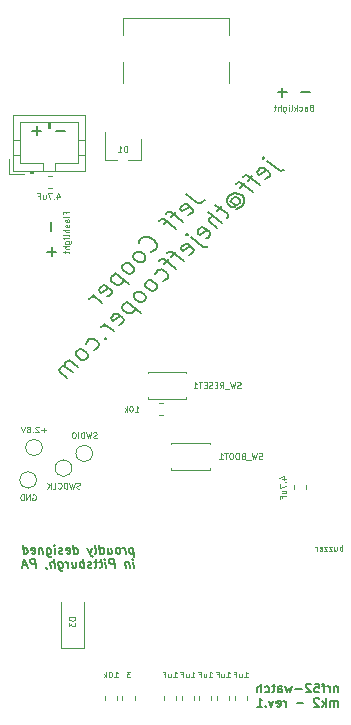
<source format=gbr>
%TF.GenerationSoftware,KiCad,Pcbnew,(5.99.0-2309-gaf729d578)*%
%TF.CreationDate,2020-07-18T18:02:02-04:00*%
%TF.ProjectId,mk2,6d6b322e-6b69-4636-9164-5f7063625858,rev?*%
%TF.SameCoordinates,Original*%
%TF.FileFunction,Legend,Bot*%
%TF.FilePolarity,Positive*%
%FSLAX46Y46*%
G04 Gerber Fmt 4.6, Leading zero omitted, Abs format (unit mm)*
G04 Created by KiCad (PCBNEW (5.99.0-2309-gaf729d578)) date 2020-07-18 18:02:02*
%MOMM*%
%LPD*%
G01*
G04 APERTURE LIST*
%ADD10C,0.125000*%
%ADD11C,0.187500*%
%ADD12C,0.200000*%
%ADD13C,0.150000*%
%ADD14C,0.120000*%
G04 APERTURE END LIST*
D10*
X39107142Y-54476190D02*
X39107142Y-53976190D01*
X39107142Y-54166666D02*
X39059523Y-54142857D01*
X38964285Y-54142857D01*
X38916666Y-54166666D01*
X38892857Y-54190476D01*
X38869047Y-54238095D01*
X38869047Y-54380952D01*
X38892857Y-54428571D01*
X38916666Y-54452380D01*
X38964285Y-54476190D01*
X39059523Y-54476190D01*
X39107142Y-54452380D01*
X38440476Y-54142857D02*
X38440476Y-54476190D01*
X38654761Y-54142857D02*
X38654761Y-54404761D01*
X38630952Y-54452380D01*
X38583333Y-54476190D01*
X38511904Y-54476190D01*
X38464285Y-54452380D01*
X38440476Y-54428571D01*
X38250000Y-54142857D02*
X37988095Y-54142857D01*
X38250000Y-54476190D01*
X37988095Y-54476190D01*
X37845238Y-54142857D02*
X37583333Y-54142857D01*
X37845238Y-54476190D01*
X37583333Y-54476190D01*
X37202380Y-54452380D02*
X37250000Y-54476190D01*
X37345238Y-54476190D01*
X37392857Y-54452380D01*
X37416666Y-54404761D01*
X37416666Y-54214285D01*
X37392857Y-54166666D01*
X37345238Y-54142857D01*
X37250000Y-54142857D01*
X37202380Y-54166666D01*
X37178571Y-54214285D01*
X37178571Y-54261904D01*
X37416666Y-54309523D01*
X36964285Y-54476190D02*
X36964285Y-54142857D01*
X36964285Y-54238095D02*
X36940476Y-54190476D01*
X36916666Y-54166666D01*
X36869047Y-54142857D01*
X36821428Y-54142857D01*
D11*
X38699553Y-65985535D02*
X38699553Y-66485535D01*
X38699553Y-66056964D02*
X38663839Y-66021250D01*
X38592410Y-65985535D01*
X38485267Y-65985535D01*
X38413839Y-66021250D01*
X38378125Y-66092678D01*
X38378125Y-66485535D01*
X38020982Y-66485535D02*
X38020982Y-65985535D01*
X38020982Y-66128392D02*
X37985267Y-66056964D01*
X37949553Y-66021250D01*
X37878125Y-65985535D01*
X37806696Y-65985535D01*
X37663839Y-65985535D02*
X37378125Y-65985535D01*
X37556696Y-66485535D02*
X37556696Y-65842678D01*
X37520982Y-65771250D01*
X37449553Y-65735535D01*
X37378125Y-65735535D01*
X36770982Y-65735535D02*
X37128125Y-65735535D01*
X37163839Y-66092678D01*
X37128125Y-66056964D01*
X37056696Y-66021250D01*
X36878125Y-66021250D01*
X36806696Y-66056964D01*
X36770982Y-66092678D01*
X36735267Y-66164107D01*
X36735267Y-66342678D01*
X36770982Y-66414107D01*
X36806696Y-66449821D01*
X36878125Y-66485535D01*
X37056696Y-66485535D01*
X37128125Y-66449821D01*
X37163839Y-66414107D01*
X36449553Y-65806964D02*
X36413839Y-65771250D01*
X36342410Y-65735535D01*
X36163839Y-65735535D01*
X36092410Y-65771250D01*
X36056696Y-65806964D01*
X36020982Y-65878392D01*
X36020982Y-65949821D01*
X36056696Y-66056964D01*
X36485267Y-66485535D01*
X36020982Y-66485535D01*
X35699553Y-66199821D02*
X35128125Y-66199821D01*
X34842410Y-65985535D02*
X34699553Y-66485535D01*
X34556696Y-66128392D01*
X34413839Y-66485535D01*
X34270982Y-65985535D01*
X33663839Y-66485535D02*
X33663839Y-66092678D01*
X33699553Y-66021250D01*
X33770982Y-65985535D01*
X33913839Y-65985535D01*
X33985267Y-66021250D01*
X33663839Y-66449821D02*
X33735267Y-66485535D01*
X33913839Y-66485535D01*
X33985267Y-66449821D01*
X34020982Y-66378392D01*
X34020982Y-66306964D01*
X33985267Y-66235535D01*
X33913839Y-66199821D01*
X33735267Y-66199821D01*
X33663839Y-66164107D01*
X33413839Y-65985535D02*
X33128125Y-65985535D01*
X33306696Y-65735535D02*
X33306696Y-66378392D01*
X33270982Y-66449821D01*
X33199553Y-66485535D01*
X33128125Y-66485535D01*
X32556696Y-66449821D02*
X32628125Y-66485535D01*
X32770982Y-66485535D01*
X32842410Y-66449821D01*
X32878125Y-66414107D01*
X32913839Y-66342678D01*
X32913839Y-66128392D01*
X32878125Y-66056964D01*
X32842410Y-66021250D01*
X32770982Y-65985535D01*
X32628125Y-65985535D01*
X32556696Y-66021250D01*
X32235267Y-66485535D02*
X32235267Y-65735535D01*
X31913839Y-66485535D02*
X31913839Y-66092678D01*
X31949553Y-66021250D01*
X32020982Y-65985535D01*
X32128125Y-65985535D01*
X32199553Y-66021250D01*
X32235267Y-66056964D01*
X38699553Y-67693035D02*
X38699553Y-67193035D01*
X38699553Y-67264464D02*
X38663839Y-67228750D01*
X38592410Y-67193035D01*
X38485267Y-67193035D01*
X38413839Y-67228750D01*
X38378125Y-67300178D01*
X38378125Y-67693035D01*
X38378125Y-67300178D02*
X38342410Y-67228750D01*
X38270982Y-67193035D01*
X38163839Y-67193035D01*
X38092410Y-67228750D01*
X38056696Y-67300178D01*
X38056696Y-67693035D01*
X37699553Y-67693035D02*
X37699553Y-66943035D01*
X37628125Y-67407321D02*
X37413839Y-67693035D01*
X37413839Y-67193035D02*
X37699553Y-67478750D01*
X37128125Y-67014464D02*
X37092410Y-66978750D01*
X37020982Y-66943035D01*
X36842410Y-66943035D01*
X36770982Y-66978750D01*
X36735267Y-67014464D01*
X36699553Y-67085892D01*
X36699553Y-67157321D01*
X36735267Y-67264464D01*
X37163839Y-67693035D01*
X36699553Y-67693035D01*
X35806696Y-67407321D02*
X35235267Y-67407321D01*
X34306696Y-67693035D02*
X34306696Y-67193035D01*
X34306696Y-67335892D02*
X34270982Y-67264464D01*
X34235267Y-67228750D01*
X34163839Y-67193035D01*
X34092410Y-67193035D01*
X33556696Y-67657321D02*
X33628125Y-67693035D01*
X33770982Y-67693035D01*
X33842410Y-67657321D01*
X33878125Y-67585892D01*
X33878125Y-67300178D01*
X33842410Y-67228750D01*
X33770982Y-67193035D01*
X33628125Y-67193035D01*
X33556696Y-67228750D01*
X33520982Y-67300178D01*
X33520982Y-67371607D01*
X33878125Y-67443035D01*
X33270982Y-67193035D02*
X33092410Y-67693035D01*
X32913839Y-67193035D01*
X32628125Y-67621607D02*
X32592410Y-67657321D01*
X32628125Y-67693035D01*
X32663839Y-67657321D01*
X32628125Y-67621607D01*
X32628125Y-67693035D01*
X31878125Y-67693035D02*
X32306696Y-67693035D01*
X32092410Y-67693035D02*
X32092410Y-66943035D01*
X32163839Y-67050178D01*
X32235267Y-67121607D01*
X32306696Y-67157321D01*
X21382589Y-54235535D02*
X21476339Y-54985535D01*
X21387053Y-54271250D02*
X21311160Y-54235535D01*
X21168303Y-54235535D01*
X21101339Y-54271250D01*
X21070089Y-54306964D01*
X21043303Y-54378392D01*
X21070089Y-54592678D01*
X21114732Y-54664107D01*
X21154910Y-54699821D01*
X21230803Y-54735535D01*
X21373660Y-54735535D01*
X21440625Y-54699821D01*
X20766517Y-54735535D02*
X20704017Y-54235535D01*
X20721875Y-54378392D02*
X20677232Y-54306964D01*
X20637053Y-54271250D01*
X20561160Y-54235535D01*
X20489732Y-54235535D01*
X20195089Y-54735535D02*
X20262053Y-54699821D01*
X20293303Y-54664107D01*
X20320089Y-54592678D01*
X20293303Y-54378392D01*
X20248660Y-54306964D01*
X20208482Y-54271250D01*
X20132589Y-54235535D01*
X20025446Y-54235535D01*
X19958482Y-54271250D01*
X19927232Y-54306964D01*
X19900446Y-54378392D01*
X19927232Y-54592678D01*
X19971875Y-54664107D01*
X20012053Y-54699821D01*
X20087946Y-54735535D01*
X20195089Y-54735535D01*
X19239732Y-54235535D02*
X19302232Y-54735535D01*
X19561160Y-54235535D02*
X19610267Y-54628392D01*
X19583482Y-54699821D01*
X19516517Y-54735535D01*
X19409375Y-54735535D01*
X19333482Y-54699821D01*
X19293303Y-54664107D01*
X18623660Y-54735535D02*
X18529910Y-53985535D01*
X18619196Y-54699821D02*
X18695089Y-54735535D01*
X18837946Y-54735535D01*
X18904910Y-54699821D01*
X18936160Y-54664107D01*
X18962946Y-54592678D01*
X18936160Y-54378392D01*
X18891517Y-54306964D01*
X18851339Y-54271250D01*
X18775446Y-54235535D01*
X18632589Y-54235535D01*
X18565625Y-54271250D01*
X18159375Y-54735535D02*
X18226339Y-54699821D01*
X18253125Y-54628392D01*
X18172767Y-53985535D01*
X17882589Y-54235535D02*
X17766517Y-54735535D01*
X17525446Y-54235535D02*
X17766517Y-54735535D01*
X17860267Y-54914107D01*
X17900446Y-54949821D01*
X17976339Y-54985535D01*
X16409375Y-54735535D02*
X16315625Y-53985535D01*
X16404910Y-54699821D02*
X16480803Y-54735535D01*
X16623660Y-54735535D01*
X16690625Y-54699821D01*
X16721875Y-54664107D01*
X16748660Y-54592678D01*
X16721875Y-54378392D01*
X16677232Y-54306964D01*
X16637053Y-54271250D01*
X16561160Y-54235535D01*
X16418303Y-54235535D01*
X16351339Y-54271250D01*
X15762053Y-54699821D02*
X15837946Y-54735535D01*
X15980803Y-54735535D01*
X16047767Y-54699821D01*
X16074553Y-54628392D01*
X16038839Y-54342678D01*
X15994196Y-54271250D01*
X15918303Y-54235535D01*
X15775446Y-54235535D01*
X15708482Y-54271250D01*
X15681696Y-54342678D01*
X15690625Y-54414107D01*
X16056696Y-54485535D01*
X15440625Y-54699821D02*
X15373660Y-54735535D01*
X15230803Y-54735535D01*
X15154910Y-54699821D01*
X15110267Y-54628392D01*
X15105803Y-54592678D01*
X15132589Y-54521250D01*
X15199553Y-54485535D01*
X15306696Y-54485535D01*
X15373660Y-54449821D01*
X15400446Y-54378392D01*
X15395982Y-54342678D01*
X15351339Y-54271250D01*
X15275446Y-54235535D01*
X15168303Y-54235535D01*
X15101339Y-54271250D01*
X14802232Y-54735535D02*
X14739732Y-54235535D01*
X14708482Y-53985535D02*
X14748660Y-54021250D01*
X14717410Y-54056964D01*
X14677232Y-54021250D01*
X14708482Y-53985535D01*
X14717410Y-54056964D01*
X14061160Y-54235535D02*
X14137053Y-54842678D01*
X14181696Y-54914107D01*
X14221875Y-54949821D01*
X14297767Y-54985535D01*
X14404910Y-54985535D01*
X14471875Y-54949821D01*
X14119196Y-54699821D02*
X14195089Y-54735535D01*
X14337946Y-54735535D01*
X14404910Y-54699821D01*
X14436160Y-54664107D01*
X14462946Y-54592678D01*
X14436160Y-54378392D01*
X14391517Y-54306964D01*
X14351339Y-54271250D01*
X14275446Y-54235535D01*
X14132589Y-54235535D01*
X14065625Y-54271250D01*
X13704017Y-54235535D02*
X13766517Y-54735535D01*
X13712946Y-54306964D02*
X13672767Y-54271250D01*
X13596875Y-54235535D01*
X13489732Y-54235535D01*
X13422767Y-54271250D01*
X13395982Y-54342678D01*
X13445089Y-54735535D01*
X12797767Y-54699821D02*
X12873660Y-54735535D01*
X13016517Y-54735535D01*
X13083482Y-54699821D01*
X13110267Y-54628392D01*
X13074553Y-54342678D01*
X13029910Y-54271250D01*
X12954017Y-54235535D01*
X12811160Y-54235535D01*
X12744196Y-54271250D01*
X12717410Y-54342678D01*
X12726339Y-54414107D01*
X13092410Y-54485535D01*
X12123660Y-54735535D02*
X12029910Y-53985535D01*
X12119196Y-54699821D02*
X12195089Y-54735535D01*
X12337946Y-54735535D01*
X12404910Y-54699821D01*
X12436160Y-54664107D01*
X12462946Y-54592678D01*
X12436160Y-54378392D01*
X12391517Y-54306964D01*
X12351339Y-54271250D01*
X12275446Y-54235535D01*
X12132589Y-54235535D01*
X12065625Y-54271250D01*
X21445089Y-55943035D02*
X21382589Y-55443035D01*
X21351339Y-55193035D02*
X21391517Y-55228750D01*
X21360267Y-55264464D01*
X21320089Y-55228750D01*
X21351339Y-55193035D01*
X21360267Y-55264464D01*
X21025446Y-55443035D02*
X21087946Y-55943035D01*
X21034375Y-55514464D02*
X20994196Y-55478750D01*
X20918303Y-55443035D01*
X20811160Y-55443035D01*
X20744196Y-55478750D01*
X20717410Y-55550178D01*
X20766517Y-55943035D01*
X19837946Y-55943035D02*
X19744196Y-55193035D01*
X19458482Y-55193035D01*
X19391517Y-55228750D01*
X19360267Y-55264464D01*
X19333482Y-55335892D01*
X19346875Y-55443035D01*
X19391517Y-55514464D01*
X19431696Y-55550178D01*
X19507589Y-55585892D01*
X19793303Y-55585892D01*
X19087946Y-55943035D02*
X19025446Y-55443035D01*
X18994196Y-55193035D02*
X19034375Y-55228750D01*
X19003125Y-55264464D01*
X18962946Y-55228750D01*
X18994196Y-55193035D01*
X19003125Y-55264464D01*
X18775446Y-55443035D02*
X18489732Y-55443035D01*
X18637053Y-55193035D02*
X18717410Y-55835892D01*
X18690625Y-55907321D01*
X18623660Y-55943035D01*
X18552232Y-55943035D01*
X18346875Y-55443035D02*
X18061160Y-55443035D01*
X18208482Y-55193035D02*
X18288839Y-55835892D01*
X18262053Y-55907321D01*
X18195089Y-55943035D01*
X18123660Y-55943035D01*
X17904910Y-55907321D02*
X17837946Y-55943035D01*
X17695089Y-55943035D01*
X17619196Y-55907321D01*
X17574553Y-55835892D01*
X17570089Y-55800178D01*
X17596875Y-55728750D01*
X17663839Y-55693035D01*
X17770982Y-55693035D01*
X17837946Y-55657321D01*
X17864732Y-55585892D01*
X17860267Y-55550178D01*
X17815625Y-55478750D01*
X17739732Y-55443035D01*
X17632589Y-55443035D01*
X17565625Y-55478750D01*
X17266517Y-55943035D02*
X17172767Y-55193035D01*
X17208482Y-55478750D02*
X17132589Y-55443035D01*
X16989732Y-55443035D01*
X16922767Y-55478750D01*
X16891517Y-55514464D01*
X16864732Y-55585892D01*
X16891517Y-55800178D01*
X16936160Y-55871607D01*
X16976339Y-55907321D01*
X17052232Y-55943035D01*
X17195089Y-55943035D01*
X17262053Y-55907321D01*
X16204017Y-55443035D02*
X16266517Y-55943035D01*
X16525446Y-55443035D02*
X16574553Y-55835892D01*
X16547767Y-55907321D01*
X16480803Y-55943035D01*
X16373660Y-55943035D01*
X16297767Y-55907321D01*
X16257589Y-55871607D01*
X15909375Y-55943035D02*
X15846875Y-55443035D01*
X15864732Y-55585892D02*
X15820089Y-55514464D01*
X15779910Y-55478750D01*
X15704017Y-55443035D01*
X15632589Y-55443035D01*
X15061160Y-55443035D02*
X15137053Y-56050178D01*
X15181696Y-56121607D01*
X15221875Y-56157321D01*
X15297767Y-56193035D01*
X15404910Y-56193035D01*
X15471875Y-56157321D01*
X15119196Y-55907321D02*
X15195089Y-55943035D01*
X15337946Y-55943035D01*
X15404910Y-55907321D01*
X15436160Y-55871607D01*
X15462946Y-55800178D01*
X15436160Y-55585892D01*
X15391517Y-55514464D01*
X15351339Y-55478750D01*
X15275446Y-55443035D01*
X15132589Y-55443035D01*
X15065625Y-55478750D01*
X14766517Y-55943035D02*
X14672767Y-55193035D01*
X14445089Y-55943035D02*
X14395982Y-55550178D01*
X14422767Y-55478750D01*
X14489732Y-55443035D01*
X14596875Y-55443035D01*
X14672767Y-55478750D01*
X14712946Y-55514464D01*
X14047767Y-55907321D02*
X14052232Y-55943035D01*
X14096875Y-56014464D01*
X14137053Y-56050178D01*
X13159375Y-55943035D02*
X13065625Y-55193035D01*
X12779910Y-55193035D01*
X12712946Y-55228750D01*
X12681696Y-55264464D01*
X12654910Y-55335892D01*
X12668303Y-55443035D01*
X12712946Y-55514464D01*
X12753125Y-55550178D01*
X12829017Y-55585892D01*
X13114732Y-55585892D01*
X12418303Y-55728750D02*
X12061160Y-55728750D01*
X12516517Y-55943035D02*
X12172767Y-55193035D01*
X12016517Y-55943035D01*
D12*
X25849028Y-24281634D02*
X26701344Y-24944546D01*
X26922315Y-25026621D01*
X27136972Y-25013994D01*
X27345316Y-24906666D01*
X27446331Y-24805650D01*
X26076312Y-26074655D02*
X26234148Y-26017834D01*
X26436179Y-25815803D01*
X26480373Y-25670594D01*
X26417239Y-25531698D01*
X25962670Y-25178144D01*
X25798520Y-25140264D01*
X25640684Y-25197085D01*
X25438653Y-25399115D01*
X25394459Y-25544325D01*
X25457594Y-25683220D01*
X25571236Y-25771609D01*
X26189954Y-25354921D01*
X24984085Y-25853684D02*
X24580024Y-26257745D01*
X25628057Y-26623925D02*
X24605277Y-25828430D01*
X24441128Y-25790549D01*
X24283291Y-25847370D01*
X24182276Y-25948386D01*
X24377993Y-26459775D02*
X23973932Y-26863836D01*
X25021965Y-27230017D02*
X23999186Y-26434521D01*
X23835036Y-26396641D01*
X23677200Y-26453462D01*
X23576185Y-26554477D01*
X22888018Y-29161933D02*
X22995347Y-29155620D01*
X23203691Y-29048291D01*
X23304706Y-28947276D01*
X23399408Y-28751559D01*
X23386781Y-28562155D01*
X23323646Y-28423259D01*
X23146870Y-28195975D01*
X22976406Y-28063392D01*
X22698614Y-27937123D01*
X22534465Y-27899243D01*
X22319807Y-27911870D01*
X22111463Y-28019198D01*
X22010448Y-28120214D01*
X21915746Y-28315931D01*
X21922060Y-28410632D01*
X22395569Y-29856413D02*
X22439763Y-29711204D01*
X22433449Y-29616502D01*
X22370315Y-29477606D01*
X22029388Y-29212441D01*
X21865239Y-29174560D01*
X21757910Y-29180874D01*
X21600074Y-29237695D01*
X21448551Y-29389218D01*
X21404357Y-29534427D01*
X21410670Y-29629129D01*
X21473805Y-29768025D01*
X21814731Y-30033190D01*
X21978881Y-30071071D01*
X22086210Y-30064757D01*
X22244046Y-30007936D01*
X22395569Y-29856413D01*
X21435924Y-30816058D02*
X21480118Y-30670849D01*
X21473805Y-30576147D01*
X21410670Y-30437251D01*
X21069744Y-30172086D01*
X20905594Y-30134205D01*
X20798265Y-30140519D01*
X20640429Y-30197340D01*
X20488906Y-30348863D01*
X20444712Y-30494072D01*
X20451025Y-30588774D01*
X20514160Y-30727670D01*
X20855086Y-30992835D01*
X21019236Y-31030716D01*
X21126565Y-31024402D01*
X21284401Y-30967581D01*
X21435924Y-30816058D01*
X19832307Y-31005462D02*
X21025549Y-31933539D01*
X19889128Y-31049656D02*
X19731291Y-31106477D01*
X19529261Y-31308507D01*
X19485067Y-31453717D01*
X19491380Y-31548419D01*
X19554515Y-31687315D01*
X19895441Y-31952480D01*
X20059591Y-31990360D01*
X20166920Y-31984047D01*
X20324756Y-31927226D01*
X20526787Y-31725195D01*
X20570981Y-31579986D01*
X19207275Y-32943692D02*
X19365111Y-32886871D01*
X19567142Y-32684840D01*
X19611336Y-32539631D01*
X19548201Y-32400735D01*
X19093633Y-32047182D01*
X18929483Y-32009301D01*
X18771646Y-32066122D01*
X18569616Y-32268152D01*
X18525422Y-32413362D01*
X18588556Y-32552258D01*
X18702198Y-32640646D01*
X19320917Y-32223958D01*
X18759020Y-33492962D02*
X17963524Y-32874244D01*
X18190809Y-33051021D02*
X18026659Y-33013140D01*
X17919330Y-33019453D01*
X17761494Y-33076274D01*
X17660479Y-33177290D01*
X32752663Y-21500431D02*
X33775442Y-22295927D01*
X33939592Y-22333807D01*
X34097428Y-22276986D01*
X34147936Y-22226479D01*
X32354915Y-21191072D02*
X32462244Y-21184759D01*
X32468557Y-21279461D01*
X32361229Y-21285774D01*
X32354915Y-21191072D01*
X32468557Y-21279461D01*
X32582200Y-22984093D02*
X32740036Y-22927272D01*
X32942066Y-22725241D01*
X32986261Y-22580032D01*
X32923126Y-22441136D01*
X32468557Y-22087583D01*
X32304408Y-22049702D01*
X32146571Y-22106523D01*
X31944541Y-22308554D01*
X31900347Y-22453763D01*
X31963481Y-22592659D01*
X32077123Y-22681047D01*
X32695842Y-22264359D01*
X31489972Y-22763122D02*
X31085911Y-23167183D01*
X32133944Y-23533363D02*
X31111165Y-22737868D01*
X30947015Y-22699988D01*
X30789179Y-22756809D01*
X30688164Y-22857824D01*
X30883881Y-23369214D02*
X30479820Y-23773275D01*
X31527853Y-24139455D02*
X30505073Y-23343960D01*
X30340924Y-23306079D01*
X30183087Y-23362900D01*
X30082072Y-23463915D01*
X29696951Y-24960204D02*
X29690638Y-24865502D01*
X29734832Y-24720293D01*
X29835847Y-24619277D01*
X29993684Y-24562456D01*
X30101012Y-24556143D01*
X30265162Y-24594024D01*
X30378804Y-24682412D01*
X30441939Y-24821308D01*
X30448252Y-24916010D01*
X30404058Y-25061219D01*
X30303043Y-25162234D01*
X30145207Y-25219056D01*
X30037878Y-25225369D01*
X29583309Y-24871816D02*
X30037878Y-25225369D01*
X30044191Y-25320071D01*
X29993684Y-25370578D01*
X29835847Y-25427399D01*
X29671698Y-25389519D01*
X29387592Y-25168548D01*
X29318144Y-24934950D01*
X29356025Y-24695039D01*
X29501234Y-24448814D01*
X29760086Y-24290978D01*
X30025251Y-24227843D01*
X30296730Y-24259411D01*
X30574521Y-24385680D01*
X30751298Y-24612964D01*
X30820746Y-24846562D01*
X30782865Y-25086473D01*
X30637656Y-25332698D01*
X30378804Y-25490534D01*
X30113639Y-25553669D01*
X28914083Y-25339011D02*
X28510022Y-25743072D01*
X28364813Y-25181175D02*
X29387592Y-25976670D01*
X29450727Y-26115566D01*
X29406533Y-26260775D01*
X29305517Y-26361791D01*
X28951964Y-26715344D02*
X27758721Y-25787266D01*
X28497395Y-27169913D02*
X27872363Y-26683777D01*
X27809229Y-26544881D01*
X27853423Y-26399671D01*
X28004946Y-26248148D01*
X28162782Y-26191327D01*
X28270111Y-26185014D01*
X27531437Y-28034856D02*
X27689273Y-27978035D01*
X27891304Y-27776004D01*
X27935498Y-27630795D01*
X27872363Y-27491899D01*
X27417795Y-27138345D01*
X27253645Y-27100465D01*
X27095809Y-27157286D01*
X26893778Y-27359316D01*
X26849584Y-27504526D01*
X26912718Y-27643422D01*
X27026361Y-27731810D01*
X27645079Y-27315122D01*
X26287687Y-27965408D02*
X27310466Y-28760903D01*
X27474616Y-28798784D01*
X27632452Y-28741963D01*
X27682960Y-28691455D01*
X25889939Y-27656049D02*
X25997268Y-27649735D01*
X26003581Y-27744437D01*
X25896252Y-27750750D01*
X25889939Y-27656049D01*
X26003581Y-27744437D01*
X26117223Y-29449069D02*
X26275060Y-29392248D01*
X26477090Y-29190218D01*
X26521284Y-29045008D01*
X26458150Y-28906112D01*
X26003581Y-28552559D01*
X25839431Y-28514678D01*
X25681595Y-28571499D01*
X25479565Y-28773530D01*
X25435370Y-28918739D01*
X25498505Y-29057635D01*
X25612147Y-29146024D01*
X26230866Y-28729336D01*
X25024996Y-29228098D02*
X24620935Y-29632159D01*
X25668968Y-29998340D02*
X24646189Y-29202845D01*
X24482039Y-29164964D01*
X24324203Y-29221785D01*
X24223187Y-29322800D01*
X24418904Y-29834190D02*
X24014843Y-30238251D01*
X25062877Y-30604431D02*
X24040097Y-29808936D01*
X23875947Y-29771055D01*
X23718111Y-29827877D01*
X23617096Y-29928892D01*
X23945395Y-31620897D02*
X24103232Y-31564076D01*
X24305262Y-31362046D01*
X24349456Y-31216836D01*
X24343143Y-31122134D01*
X24280008Y-30983238D01*
X23939082Y-30718073D01*
X23774932Y-30680193D01*
X23667603Y-30686506D01*
X23509767Y-30743327D01*
X23307737Y-30945358D01*
X23263542Y-31090567D01*
X23396125Y-32271183D02*
X23440319Y-32125974D01*
X23434006Y-32031272D01*
X23370871Y-31892376D01*
X23029945Y-31627211D01*
X22865795Y-31589330D01*
X22758466Y-31595643D01*
X22600630Y-31652465D01*
X22449107Y-31803987D01*
X22404913Y-31949197D01*
X22411226Y-32043899D01*
X22474361Y-32182795D01*
X22815287Y-32447960D01*
X22979437Y-32485840D01*
X23086766Y-32479527D01*
X23244602Y-32422706D01*
X23396125Y-32271183D01*
X22436480Y-33230828D02*
X22480674Y-33085618D01*
X22474361Y-32990917D01*
X22411226Y-32852021D01*
X22070300Y-32586856D01*
X21906150Y-32548975D01*
X21798821Y-32555288D01*
X21640985Y-32612109D01*
X21489462Y-32763632D01*
X21445268Y-32908842D01*
X21451581Y-33003544D01*
X21514716Y-33142440D01*
X21855642Y-33407605D01*
X22019792Y-33445485D01*
X22127121Y-33439172D01*
X22284957Y-33382351D01*
X22436480Y-33230828D01*
X20832863Y-33420231D02*
X22026106Y-34348309D01*
X20889684Y-33464426D02*
X20731848Y-33521247D01*
X20529817Y-33723277D01*
X20485623Y-33868487D01*
X20491936Y-33963188D01*
X20555071Y-34102084D01*
X20895997Y-34367250D01*
X21060147Y-34405130D01*
X21167476Y-34398817D01*
X21325312Y-34341996D01*
X21527343Y-34139965D01*
X21571537Y-33994756D01*
X20207831Y-35358462D02*
X20365667Y-35301641D01*
X20567698Y-35099610D01*
X20611892Y-34954401D01*
X20548757Y-34815505D01*
X20094189Y-34461951D01*
X19930039Y-34424071D01*
X19772203Y-34480892D01*
X19570172Y-34682922D01*
X19525978Y-34828132D01*
X19589113Y-34967028D01*
X19702755Y-35055416D01*
X20321473Y-34638728D01*
X19759576Y-35907732D02*
X18964081Y-35289014D01*
X19191365Y-35465790D02*
X19027215Y-35427910D01*
X18919886Y-35434223D01*
X18762050Y-35491044D01*
X18661035Y-35592059D01*
X18989334Y-36475943D02*
X18995648Y-36570645D01*
X19102977Y-36564331D01*
X19096663Y-36469629D01*
X18989334Y-36475943D01*
X19102977Y-36564331D01*
X18086511Y-37479782D02*
X18244347Y-37422961D01*
X18446377Y-37220930D01*
X18490572Y-37075721D01*
X18484258Y-36981019D01*
X18421124Y-36842123D01*
X18080197Y-36576958D01*
X17916047Y-36539077D01*
X17808719Y-36545391D01*
X17650882Y-36602212D01*
X17448852Y-36804243D01*
X17404658Y-36949452D01*
X17537240Y-38130068D02*
X17581434Y-37984858D01*
X17575121Y-37890157D01*
X17511986Y-37751261D01*
X17171060Y-37486095D01*
X17006910Y-37448215D01*
X16899581Y-37454528D01*
X16741745Y-37511349D01*
X16590222Y-37662872D01*
X16546028Y-37808082D01*
X16552341Y-37902783D01*
X16615476Y-38041679D01*
X16956402Y-38306844D01*
X17120552Y-38344725D01*
X17227881Y-38338412D01*
X17385717Y-38281591D01*
X17537240Y-38130068D01*
X16729118Y-38938190D02*
X15933623Y-38319471D01*
X16047265Y-38407860D02*
X15939936Y-38414173D01*
X15782100Y-38470994D01*
X15630577Y-38622517D01*
X15586383Y-38767727D01*
X15649518Y-38906623D01*
X16274550Y-39392758D01*
X15649518Y-38906623D02*
X15485368Y-38868742D01*
X15327531Y-38925563D01*
X15176009Y-39077086D01*
X15131814Y-39222295D01*
X15194949Y-39361191D01*
X15819981Y-39847327D01*
D10*
X36452380Y-16964285D02*
X36380952Y-16988095D01*
X36357142Y-17011904D01*
X36333333Y-17059523D01*
X36333333Y-17130952D01*
X36357142Y-17178571D01*
X36380952Y-17202380D01*
X36428571Y-17226190D01*
X36619047Y-17226190D01*
X36619047Y-16726190D01*
X36452380Y-16726190D01*
X36404761Y-16750000D01*
X36380952Y-16773809D01*
X36357142Y-16821428D01*
X36357142Y-16869047D01*
X36380952Y-16916666D01*
X36404761Y-16940476D01*
X36452380Y-16964285D01*
X36619047Y-16964285D01*
X35904761Y-17226190D02*
X35904761Y-16964285D01*
X35928571Y-16916666D01*
X35976190Y-16892857D01*
X36071428Y-16892857D01*
X36119047Y-16916666D01*
X35904761Y-17202380D02*
X35952380Y-17226190D01*
X36071428Y-17226190D01*
X36119047Y-17202380D01*
X36142857Y-17154761D01*
X36142857Y-17107142D01*
X36119047Y-17059523D01*
X36071428Y-17035714D01*
X35952380Y-17035714D01*
X35904761Y-17011904D01*
X35452380Y-17202380D02*
X35500000Y-17226190D01*
X35595238Y-17226190D01*
X35642857Y-17202380D01*
X35666666Y-17178571D01*
X35690476Y-17130952D01*
X35690476Y-16988095D01*
X35666666Y-16940476D01*
X35642857Y-16916666D01*
X35595238Y-16892857D01*
X35500000Y-16892857D01*
X35452380Y-16916666D01*
X35238095Y-17226190D02*
X35238095Y-16726190D01*
X35190476Y-17035714D02*
X35047619Y-17226190D01*
X35047619Y-16892857D02*
X35238095Y-17083333D01*
X34761904Y-17226190D02*
X34809523Y-17202380D01*
X34833333Y-17154761D01*
X34833333Y-16726190D01*
X34571428Y-17226190D02*
X34571428Y-16892857D01*
X34571428Y-16726190D02*
X34595238Y-16750000D01*
X34571428Y-16773809D01*
X34547619Y-16750000D01*
X34571428Y-16726190D01*
X34571428Y-16773809D01*
X34119047Y-16892857D02*
X34119047Y-17297619D01*
X34142857Y-17345238D01*
X34166666Y-17369047D01*
X34214285Y-17392857D01*
X34285714Y-17392857D01*
X34333333Y-17369047D01*
X34119047Y-17202380D02*
X34166666Y-17226190D01*
X34261904Y-17226190D01*
X34309523Y-17202380D01*
X34333333Y-17178571D01*
X34357142Y-17130952D01*
X34357142Y-16988095D01*
X34333333Y-16940476D01*
X34309523Y-16916666D01*
X34261904Y-16892857D01*
X34166666Y-16892857D01*
X34119047Y-16916666D01*
X33880952Y-17226190D02*
X33880952Y-16726190D01*
X33666666Y-17226190D02*
X33666666Y-16964285D01*
X33690476Y-16916666D01*
X33738095Y-16892857D01*
X33809523Y-16892857D01*
X33857142Y-16916666D01*
X33880952Y-16940476D01*
X33500000Y-16892857D02*
X33309523Y-16892857D01*
X33428571Y-16726190D02*
X33428571Y-17154761D01*
X33404761Y-17202380D01*
X33357142Y-17226190D01*
X33309523Y-17226190D01*
D13*
X33619047Y-15678571D02*
X34380952Y-15678571D01*
X34000000Y-15297619D02*
X34000000Y-16059523D01*
X35619047Y-15678571D02*
X36380952Y-15678571D01*
D10*
X18309523Y-44952380D02*
X18238095Y-44976190D01*
X18119047Y-44976190D01*
X18071428Y-44952380D01*
X18047619Y-44928571D01*
X18023809Y-44880952D01*
X18023809Y-44833333D01*
X18047619Y-44785714D01*
X18071428Y-44761904D01*
X18119047Y-44738095D01*
X18214285Y-44714285D01*
X18261904Y-44690476D01*
X18285714Y-44666666D01*
X18309523Y-44619047D01*
X18309523Y-44571428D01*
X18285714Y-44523809D01*
X18261904Y-44500000D01*
X18214285Y-44476190D01*
X18095238Y-44476190D01*
X18023809Y-44500000D01*
X17857142Y-44476190D02*
X17738095Y-44976190D01*
X17642857Y-44619047D01*
X17547619Y-44976190D01*
X17428571Y-44476190D01*
X17238095Y-44976190D02*
X17238095Y-44476190D01*
X17119047Y-44476190D01*
X17047619Y-44500000D01*
X17000000Y-44547619D01*
X16976190Y-44595238D01*
X16952380Y-44690476D01*
X16952380Y-44761904D01*
X16976190Y-44857142D01*
X17000000Y-44904761D01*
X17047619Y-44952380D01*
X17119047Y-44976190D01*
X17238095Y-44976190D01*
X16738095Y-44976190D02*
X16738095Y-44476190D01*
X16404761Y-44476190D02*
X16309523Y-44476190D01*
X16261904Y-44500000D01*
X16214285Y-44547619D01*
X16190476Y-44642857D01*
X16190476Y-44809523D01*
X16214285Y-44904761D01*
X16261904Y-44952380D01*
X16309523Y-44976190D01*
X16404761Y-44976190D01*
X16452380Y-44952380D01*
X16500000Y-44904761D01*
X16523809Y-44809523D01*
X16523809Y-44642857D01*
X16500000Y-44547619D01*
X16452380Y-44500000D01*
X16404761Y-44476190D01*
X16880952Y-49202380D02*
X16809523Y-49226190D01*
X16690476Y-49226190D01*
X16642857Y-49202380D01*
X16619047Y-49178571D01*
X16595238Y-49130952D01*
X16595238Y-49083333D01*
X16619047Y-49035714D01*
X16642857Y-49011904D01*
X16690476Y-48988095D01*
X16785714Y-48964285D01*
X16833333Y-48940476D01*
X16857142Y-48916666D01*
X16880952Y-48869047D01*
X16880952Y-48821428D01*
X16857142Y-48773809D01*
X16833333Y-48750000D01*
X16785714Y-48726190D01*
X16666666Y-48726190D01*
X16595238Y-48750000D01*
X16428571Y-48726190D02*
X16309523Y-49226190D01*
X16214285Y-48869047D01*
X16119047Y-49226190D01*
X16000000Y-48726190D01*
X15809523Y-49226190D02*
X15809523Y-48726190D01*
X15690476Y-48726190D01*
X15619047Y-48750000D01*
X15571428Y-48797619D01*
X15547619Y-48845238D01*
X15523809Y-48940476D01*
X15523809Y-49011904D01*
X15547619Y-49107142D01*
X15571428Y-49154761D01*
X15619047Y-49202380D01*
X15690476Y-49226190D01*
X15809523Y-49226190D01*
X15023809Y-49178571D02*
X15047619Y-49202380D01*
X15119047Y-49226190D01*
X15166666Y-49226190D01*
X15238095Y-49202380D01*
X15285714Y-49154761D01*
X15309523Y-49107142D01*
X15333333Y-49011904D01*
X15333333Y-48940476D01*
X15309523Y-48845238D01*
X15285714Y-48797619D01*
X15238095Y-48750000D01*
X15166666Y-48726190D01*
X15119047Y-48726190D01*
X15047619Y-48750000D01*
X15023809Y-48773809D01*
X14571428Y-49226190D02*
X14809523Y-49226190D01*
X14809523Y-48726190D01*
X14404761Y-49226190D02*
X14404761Y-48726190D01*
X14119047Y-49226190D02*
X14333333Y-48940476D01*
X14119047Y-48726190D02*
X14404761Y-49011904D01*
X12880952Y-49750000D02*
X12928571Y-49726190D01*
X13000000Y-49726190D01*
X13071428Y-49750000D01*
X13119047Y-49797619D01*
X13142857Y-49845238D01*
X13166666Y-49940476D01*
X13166666Y-50011904D01*
X13142857Y-50107142D01*
X13119047Y-50154761D01*
X13071428Y-50202380D01*
X13000000Y-50226190D01*
X12952380Y-50226190D01*
X12880952Y-50202380D01*
X12857142Y-50178571D01*
X12857142Y-50011904D01*
X12952380Y-50011904D01*
X12642857Y-50226190D02*
X12642857Y-49726190D01*
X12357142Y-50226190D01*
X12357142Y-49726190D01*
X12119047Y-50226190D02*
X12119047Y-49726190D01*
X12000000Y-49726190D01*
X11928571Y-49750000D01*
X11880952Y-49797619D01*
X11857142Y-49845238D01*
X11833333Y-49940476D01*
X11833333Y-50011904D01*
X11857142Y-50107142D01*
X11880952Y-50154761D01*
X11928571Y-50202380D01*
X12000000Y-50226190D01*
X12119047Y-50226190D01*
X14000000Y-44285714D02*
X13619047Y-44285714D01*
X13809523Y-44476190D02*
X13809523Y-44095238D01*
X13404761Y-44023809D02*
X13380952Y-44000000D01*
X13333333Y-43976190D01*
X13214285Y-43976190D01*
X13166666Y-44000000D01*
X13142857Y-44023809D01*
X13119047Y-44071428D01*
X13119047Y-44119047D01*
X13142857Y-44190476D01*
X13428571Y-44476190D01*
X13119047Y-44476190D01*
X12904761Y-44428571D02*
X12880952Y-44452380D01*
X12904761Y-44476190D01*
X12928571Y-44452380D01*
X12904761Y-44428571D01*
X12904761Y-44476190D01*
X12595238Y-44190476D02*
X12642857Y-44166666D01*
X12666666Y-44142857D01*
X12690476Y-44095238D01*
X12690476Y-44071428D01*
X12666666Y-44023809D01*
X12642857Y-44000000D01*
X12595238Y-43976190D01*
X12500000Y-43976190D01*
X12452380Y-44000000D01*
X12428571Y-44023809D01*
X12404761Y-44071428D01*
X12404761Y-44095238D01*
X12428571Y-44142857D01*
X12452380Y-44166666D01*
X12500000Y-44190476D01*
X12595238Y-44190476D01*
X12642857Y-44214285D01*
X12666666Y-44238095D01*
X12690476Y-44285714D01*
X12690476Y-44380952D01*
X12666666Y-44428571D01*
X12642857Y-44452380D01*
X12595238Y-44476190D01*
X12500000Y-44476190D01*
X12452380Y-44452380D01*
X12428571Y-44428571D01*
X12404761Y-44380952D01*
X12404761Y-44285714D01*
X12428571Y-44238095D01*
X12452380Y-44214285D01*
X12500000Y-44190476D01*
X12261904Y-43976190D02*
X12095238Y-44476190D01*
X11928571Y-43976190D01*
D13*
X14428571Y-27380952D02*
X14428571Y-26619047D01*
D10*
X15714285Y-25940476D02*
X15714285Y-25773809D01*
X15976190Y-25773809D02*
X15476190Y-25773809D01*
X15476190Y-26011904D01*
X15976190Y-26273809D02*
X15952380Y-26226190D01*
X15904761Y-26202380D01*
X15476190Y-26202380D01*
X15976190Y-26678571D02*
X15714285Y-26678571D01*
X15666666Y-26654761D01*
X15642857Y-26607142D01*
X15642857Y-26511904D01*
X15666666Y-26464285D01*
X15952380Y-26678571D02*
X15976190Y-26630952D01*
X15976190Y-26511904D01*
X15952380Y-26464285D01*
X15904761Y-26440476D01*
X15857142Y-26440476D01*
X15809523Y-26464285D01*
X15785714Y-26511904D01*
X15785714Y-26630952D01*
X15761904Y-26678571D01*
X15952380Y-26892857D02*
X15976190Y-26940476D01*
X15976190Y-27035714D01*
X15952380Y-27083333D01*
X15904761Y-27107142D01*
X15880952Y-27107142D01*
X15833333Y-27083333D01*
X15809523Y-27035714D01*
X15809523Y-26964285D01*
X15785714Y-26916666D01*
X15738095Y-26892857D01*
X15714285Y-26892857D01*
X15666666Y-26916666D01*
X15642857Y-26964285D01*
X15642857Y-27035714D01*
X15666666Y-27083333D01*
X15976190Y-27321428D02*
X15476190Y-27321428D01*
X15976190Y-27535714D02*
X15714285Y-27535714D01*
X15666666Y-27511904D01*
X15642857Y-27464285D01*
X15642857Y-27392857D01*
X15666666Y-27345238D01*
X15690476Y-27321428D01*
X15976190Y-27845238D02*
X15952380Y-27797619D01*
X15904761Y-27773809D01*
X15476190Y-27773809D01*
X15976190Y-28035714D02*
X15642857Y-28035714D01*
X15476190Y-28035714D02*
X15500000Y-28011904D01*
X15523809Y-28035714D01*
X15500000Y-28059523D01*
X15476190Y-28035714D01*
X15523809Y-28035714D01*
X15642857Y-28488095D02*
X16047619Y-28488095D01*
X16095238Y-28464285D01*
X16119047Y-28440476D01*
X16142857Y-28392857D01*
X16142857Y-28321428D01*
X16119047Y-28273809D01*
X15952380Y-28488095D02*
X15976190Y-28440476D01*
X15976190Y-28345238D01*
X15952380Y-28297619D01*
X15928571Y-28273809D01*
X15880952Y-28250000D01*
X15738095Y-28250000D01*
X15690476Y-28273809D01*
X15666666Y-28297619D01*
X15642857Y-28345238D01*
X15642857Y-28440476D01*
X15666666Y-28488095D01*
X15976190Y-28726190D02*
X15476190Y-28726190D01*
X15976190Y-28940476D02*
X15714285Y-28940476D01*
X15666666Y-28916666D01*
X15642857Y-28869047D01*
X15642857Y-28797619D01*
X15666666Y-28750000D01*
X15690476Y-28726190D01*
X15642857Y-29107142D02*
X15642857Y-29297619D01*
X15476190Y-29178571D02*
X15904761Y-29178571D01*
X15952380Y-29202380D01*
X15976190Y-29250000D01*
X15976190Y-29297619D01*
D13*
X14119047Y-29178571D02*
X14880952Y-29178571D01*
X14500000Y-28797619D02*
X14500000Y-29559523D01*
X12869047Y-18928571D02*
X13630952Y-18928571D01*
X13250000Y-18547619D02*
X13250000Y-19309523D01*
X14869047Y-18928571D02*
X15630952Y-18928571D01*
D10*
%TO.C,SW_BOOT1*%
X32321428Y-46702380D02*
X32250000Y-46726190D01*
X32130952Y-46726190D01*
X32083333Y-46702380D01*
X32059523Y-46678571D01*
X32035714Y-46630952D01*
X32035714Y-46583333D01*
X32059523Y-46535714D01*
X32083333Y-46511904D01*
X32130952Y-46488095D01*
X32226190Y-46464285D01*
X32273809Y-46440476D01*
X32297619Y-46416666D01*
X32321428Y-46369047D01*
X32321428Y-46321428D01*
X32297619Y-46273809D01*
X32273809Y-46250000D01*
X32226190Y-46226190D01*
X32107142Y-46226190D01*
X32035714Y-46250000D01*
X31869047Y-46226190D02*
X31750000Y-46726190D01*
X31654761Y-46369047D01*
X31559523Y-46726190D01*
X31440476Y-46226190D01*
X31369047Y-46773809D02*
X30988095Y-46773809D01*
X30702380Y-46464285D02*
X30630952Y-46488095D01*
X30607142Y-46511904D01*
X30583333Y-46559523D01*
X30583333Y-46630952D01*
X30607142Y-46678571D01*
X30630952Y-46702380D01*
X30678571Y-46726190D01*
X30869047Y-46726190D01*
X30869047Y-46226190D01*
X30702380Y-46226190D01*
X30654761Y-46250000D01*
X30630952Y-46273809D01*
X30607142Y-46321428D01*
X30607142Y-46369047D01*
X30630952Y-46416666D01*
X30654761Y-46440476D01*
X30702380Y-46464285D01*
X30869047Y-46464285D01*
X30273809Y-46226190D02*
X30178571Y-46226190D01*
X30130952Y-46250000D01*
X30083333Y-46297619D01*
X30059523Y-46392857D01*
X30059523Y-46559523D01*
X30083333Y-46654761D01*
X30130952Y-46702380D01*
X30178571Y-46726190D01*
X30273809Y-46726190D01*
X30321428Y-46702380D01*
X30369047Y-46654761D01*
X30392857Y-46559523D01*
X30392857Y-46392857D01*
X30369047Y-46297619D01*
X30321428Y-46250000D01*
X30273809Y-46226190D01*
X29750000Y-46226190D02*
X29654761Y-46226190D01*
X29607142Y-46250000D01*
X29559523Y-46297619D01*
X29535714Y-46392857D01*
X29535714Y-46559523D01*
X29559523Y-46654761D01*
X29607142Y-46702380D01*
X29654761Y-46726190D01*
X29750000Y-46726190D01*
X29797619Y-46702380D01*
X29845238Y-46654761D01*
X29869047Y-46559523D01*
X29869047Y-46392857D01*
X29845238Y-46297619D01*
X29797619Y-46250000D01*
X29750000Y-46226190D01*
X29392857Y-46226190D02*
X29107142Y-46226190D01*
X29250000Y-46726190D02*
X29250000Y-46226190D01*
X28678571Y-46726190D02*
X28964285Y-46726190D01*
X28821428Y-46726190D02*
X28821428Y-46226190D01*
X28869047Y-46297619D01*
X28916666Y-46345238D01*
X28964285Y-46369047D01*
%TO.C,SW_RESET1*%
X30488095Y-40702380D02*
X30416666Y-40726190D01*
X30297619Y-40726190D01*
X30250000Y-40702380D01*
X30226190Y-40678571D01*
X30202380Y-40630952D01*
X30202380Y-40583333D01*
X30226190Y-40535714D01*
X30250000Y-40511904D01*
X30297619Y-40488095D01*
X30392857Y-40464285D01*
X30440476Y-40440476D01*
X30464285Y-40416666D01*
X30488095Y-40369047D01*
X30488095Y-40321428D01*
X30464285Y-40273809D01*
X30440476Y-40250000D01*
X30392857Y-40226190D01*
X30273809Y-40226190D01*
X30202380Y-40250000D01*
X30035714Y-40226190D02*
X29916666Y-40726190D01*
X29821428Y-40369047D01*
X29726190Y-40726190D01*
X29607142Y-40226190D01*
X29535714Y-40773809D02*
X29154761Y-40773809D01*
X28750000Y-40726190D02*
X28916666Y-40488095D01*
X29035714Y-40726190D02*
X29035714Y-40226190D01*
X28845238Y-40226190D01*
X28797619Y-40250000D01*
X28773809Y-40273809D01*
X28750000Y-40321428D01*
X28750000Y-40392857D01*
X28773809Y-40440476D01*
X28797619Y-40464285D01*
X28845238Y-40488095D01*
X29035714Y-40488095D01*
X28535714Y-40464285D02*
X28369047Y-40464285D01*
X28297619Y-40726190D02*
X28535714Y-40726190D01*
X28535714Y-40226190D01*
X28297619Y-40226190D01*
X28107142Y-40702380D02*
X28035714Y-40726190D01*
X27916666Y-40726190D01*
X27869047Y-40702380D01*
X27845238Y-40678571D01*
X27821428Y-40630952D01*
X27821428Y-40583333D01*
X27845238Y-40535714D01*
X27869047Y-40511904D01*
X27916666Y-40488095D01*
X28011904Y-40464285D01*
X28059523Y-40440476D01*
X28083333Y-40416666D01*
X28107142Y-40369047D01*
X28107142Y-40321428D01*
X28083333Y-40273809D01*
X28059523Y-40250000D01*
X28011904Y-40226190D01*
X27892857Y-40226190D01*
X27821428Y-40250000D01*
X27607142Y-40464285D02*
X27440476Y-40464285D01*
X27369047Y-40726190D02*
X27607142Y-40726190D01*
X27607142Y-40226190D01*
X27369047Y-40226190D01*
X27226190Y-40226190D02*
X26940476Y-40226190D01*
X27083333Y-40726190D02*
X27083333Y-40226190D01*
X26511904Y-40726190D02*
X26797619Y-40726190D01*
X26654761Y-40726190D02*
X26654761Y-40226190D01*
X26702380Y-40297619D01*
X26750000Y-40345238D01*
X26797619Y-40369047D01*
%TO.C,R8*%
X21166666Y-64726190D02*
X20857142Y-64726190D01*
X21023809Y-64916666D01*
X20952380Y-64916666D01*
X20904761Y-64940476D01*
X20880952Y-64964285D01*
X20857142Y-65011904D01*
X20857142Y-65130952D01*
X20880952Y-65178571D01*
X20904761Y-65202380D01*
X20952380Y-65226190D01*
X21095238Y-65226190D01*
X21142857Y-65202380D01*
X21166666Y-65178571D01*
%TO.C,R7*%
X19797619Y-65226190D02*
X20083333Y-65226190D01*
X19940476Y-65226190D02*
X19940476Y-64726190D01*
X19988095Y-64797619D01*
X20035714Y-64845238D01*
X20083333Y-64869047D01*
X19488095Y-64726190D02*
X19440476Y-64726190D01*
X19392857Y-64750000D01*
X19369047Y-64773809D01*
X19345238Y-64821428D01*
X19321428Y-64916666D01*
X19321428Y-65035714D01*
X19345238Y-65130952D01*
X19369047Y-65178571D01*
X19392857Y-65202380D01*
X19440476Y-65226190D01*
X19488095Y-65226190D01*
X19535714Y-65202380D01*
X19559523Y-65178571D01*
X19583333Y-65130952D01*
X19607142Y-65035714D01*
X19607142Y-64916666D01*
X19583333Y-64821428D01*
X19559523Y-64773809D01*
X19535714Y-64750000D01*
X19488095Y-64726190D01*
X19107142Y-65226190D02*
X19107142Y-64726190D01*
X19059523Y-65035714D02*
X18916666Y-65226190D01*
X18916666Y-64892857D02*
X19107142Y-65083333D01*
%TO.C,R6*%
X21547619Y-42726190D02*
X21833333Y-42726190D01*
X21690476Y-42726190D02*
X21690476Y-42226190D01*
X21738095Y-42297619D01*
X21785714Y-42345238D01*
X21833333Y-42369047D01*
X21238095Y-42226190D02*
X21190476Y-42226190D01*
X21142857Y-42250000D01*
X21119047Y-42273809D01*
X21095238Y-42321428D01*
X21071428Y-42416666D01*
X21071428Y-42535714D01*
X21095238Y-42630952D01*
X21119047Y-42678571D01*
X21142857Y-42702380D01*
X21190476Y-42726190D01*
X21238095Y-42726190D01*
X21285714Y-42702380D01*
X21309523Y-42678571D01*
X21333333Y-42630952D01*
X21357142Y-42535714D01*
X21357142Y-42416666D01*
X21333333Y-42321428D01*
X21309523Y-42273809D01*
X21285714Y-42250000D01*
X21238095Y-42226190D01*
X20857142Y-42726190D02*
X20857142Y-42226190D01*
X20809523Y-42535714D02*
X20666666Y-42726190D01*
X20666666Y-42392857D02*
X20857142Y-42583333D01*
%TO.C,D3*%
X16476190Y-60130952D02*
X15976190Y-60130952D01*
X15976190Y-60250000D01*
X16000000Y-60321428D01*
X16047619Y-60369047D01*
X16095238Y-60392857D01*
X16190476Y-60416666D01*
X16261904Y-60416666D01*
X16357142Y-60392857D01*
X16404761Y-60369047D01*
X16452380Y-60321428D01*
X16476190Y-60250000D01*
X16476190Y-60130952D01*
X15976190Y-60583333D02*
X15976190Y-60892857D01*
X16166666Y-60726190D01*
X16166666Y-60797619D01*
X16190476Y-60845238D01*
X16214285Y-60869047D01*
X16261904Y-60892857D01*
X16380952Y-60892857D01*
X16428571Y-60869047D01*
X16452380Y-60845238D01*
X16476190Y-60797619D01*
X16476190Y-60654761D01*
X16452380Y-60607142D01*
X16428571Y-60583333D01*
%TO.C,D1*%
X20869047Y-20726190D02*
X20869047Y-20226190D01*
X20750000Y-20226190D01*
X20678571Y-20250000D01*
X20630952Y-20297619D01*
X20607142Y-20345238D01*
X20583333Y-20440476D01*
X20583333Y-20511904D01*
X20607142Y-20607142D01*
X20630952Y-20654761D01*
X20678571Y-20702380D01*
X20750000Y-20726190D01*
X20869047Y-20726190D01*
X20107142Y-20726190D02*
X20392857Y-20726190D01*
X20250000Y-20726190D02*
X20250000Y-20226190D01*
X20297619Y-20297619D01*
X20345238Y-20345238D01*
X20392857Y-20369047D01*
%TO.C,C20*%
X14952380Y-24392857D02*
X14952380Y-24726190D01*
X15071428Y-24202380D02*
X15190476Y-24559523D01*
X14880952Y-24559523D01*
X14690476Y-24678571D02*
X14666666Y-24702380D01*
X14690476Y-24726190D01*
X14714285Y-24702380D01*
X14690476Y-24678571D01*
X14690476Y-24726190D01*
X14500000Y-24226190D02*
X14166666Y-24226190D01*
X14380952Y-24726190D01*
X13761904Y-24392857D02*
X13761904Y-24726190D01*
X13976190Y-24392857D02*
X13976190Y-24654761D01*
X13952380Y-24702380D01*
X13904761Y-24726190D01*
X13833333Y-24726190D01*
X13785714Y-24702380D01*
X13761904Y-24678571D01*
X13357142Y-24464285D02*
X13523809Y-24464285D01*
X13523809Y-24726190D02*
X13523809Y-24226190D01*
X13285714Y-24226190D01*
%TO.C,C15*%
X26297619Y-65226190D02*
X26583333Y-65226190D01*
X26440476Y-65226190D02*
X26440476Y-64726190D01*
X26488095Y-64797619D01*
X26535714Y-64845238D01*
X26583333Y-64869047D01*
X25869047Y-64892857D02*
X25869047Y-65226190D01*
X26083333Y-64892857D02*
X26083333Y-65154761D01*
X26059523Y-65202380D01*
X26011904Y-65226190D01*
X25940476Y-65226190D01*
X25892857Y-65202380D01*
X25869047Y-65178571D01*
X25464285Y-64964285D02*
X25630952Y-64964285D01*
X25630952Y-65226190D02*
X25630952Y-64726190D01*
X25392857Y-64726190D01*
%TO.C,C12*%
X30797619Y-65226190D02*
X31083333Y-65226190D01*
X30940476Y-65226190D02*
X30940476Y-64726190D01*
X30988095Y-64797619D01*
X31035714Y-64845238D01*
X31083333Y-64869047D01*
X30369047Y-64892857D02*
X30369047Y-65226190D01*
X30583333Y-64892857D02*
X30583333Y-65154761D01*
X30559523Y-65202380D01*
X30511904Y-65226190D01*
X30440476Y-65226190D01*
X30392857Y-65202380D01*
X30369047Y-65178571D01*
X29964285Y-64964285D02*
X30130952Y-64964285D01*
X30130952Y-65226190D02*
X30130952Y-64726190D01*
X29892857Y-64726190D01*
%TO.C,C11*%
X29297619Y-65226190D02*
X29583333Y-65226190D01*
X29440476Y-65226190D02*
X29440476Y-64726190D01*
X29488095Y-64797619D01*
X29535714Y-64845238D01*
X29583333Y-64869047D01*
X28869047Y-64892857D02*
X28869047Y-65226190D01*
X29083333Y-64892857D02*
X29083333Y-65154761D01*
X29059523Y-65202380D01*
X29011904Y-65226190D01*
X28940476Y-65226190D01*
X28892857Y-65202380D01*
X28869047Y-65178571D01*
X28464285Y-64964285D02*
X28630952Y-64964285D01*
X28630952Y-65226190D02*
X28630952Y-64726190D01*
X28392857Y-64726190D01*
%TO.C,C10*%
X27797619Y-65226190D02*
X28083333Y-65226190D01*
X27940476Y-65226190D02*
X27940476Y-64726190D01*
X27988095Y-64797619D01*
X28035714Y-64845238D01*
X28083333Y-64869047D01*
X27369047Y-64892857D02*
X27369047Y-65226190D01*
X27583333Y-64892857D02*
X27583333Y-65154761D01*
X27559523Y-65202380D01*
X27511904Y-65226190D01*
X27440476Y-65226190D01*
X27392857Y-65202380D01*
X27369047Y-65178571D01*
X26964285Y-64964285D02*
X27130952Y-64964285D01*
X27130952Y-65226190D02*
X27130952Y-64726190D01*
X26892857Y-64726190D01*
%TO.C,C9*%
X24797619Y-65226190D02*
X25083333Y-65226190D01*
X24940476Y-65226190D02*
X24940476Y-64726190D01*
X24988095Y-64797619D01*
X25035714Y-64845238D01*
X25083333Y-64869047D01*
X24369047Y-64892857D02*
X24369047Y-65226190D01*
X24583333Y-64892857D02*
X24583333Y-65154761D01*
X24559523Y-65202380D01*
X24511904Y-65226190D01*
X24440476Y-65226190D01*
X24392857Y-65202380D01*
X24369047Y-65178571D01*
X23964285Y-64964285D02*
X24130952Y-64964285D01*
X24130952Y-65226190D02*
X24130952Y-64726190D01*
X23892857Y-64726190D01*
%TO.C,C6*%
X33962857Y-48422619D02*
X34296190Y-48422619D01*
X33772380Y-48303571D02*
X34129523Y-48184523D01*
X34129523Y-48494047D01*
X34248571Y-48684523D02*
X34272380Y-48708333D01*
X34296190Y-48684523D01*
X34272380Y-48660714D01*
X34248571Y-48684523D01*
X34296190Y-48684523D01*
X33796190Y-48875000D02*
X33796190Y-49208333D01*
X34296190Y-48994047D01*
X33962857Y-49613095D02*
X34296190Y-49613095D01*
X33962857Y-49398809D02*
X34224761Y-49398809D01*
X34272380Y-49422619D01*
X34296190Y-49470238D01*
X34296190Y-49541666D01*
X34272380Y-49589285D01*
X34248571Y-49613095D01*
X34034285Y-50017857D02*
X34034285Y-49851190D01*
X34296190Y-49851190D02*
X33796190Y-49851190D01*
X33796190Y-50089285D01*
D14*
%TO.C,BT1*%
X10890000Y-22610000D02*
X10890000Y-21360000D01*
X12140000Y-22610000D02*
X10890000Y-22610000D01*
X14250000Y-18200000D02*
X14250000Y-18700000D01*
X14350000Y-18700000D02*
X14350000Y-18200000D01*
X14150000Y-18700000D02*
X14350000Y-18700000D01*
X14150000Y-18200000D02*
X14150000Y-18700000D01*
X17310000Y-19700000D02*
X16700000Y-19700000D01*
X17310000Y-21000000D02*
X16700000Y-21000000D01*
X11190000Y-19700000D02*
X11800000Y-19700000D01*
X11190000Y-21000000D02*
X11800000Y-21000000D01*
X14750000Y-21700000D02*
X14750000Y-22310000D01*
X16700000Y-21700000D02*
X14750000Y-21700000D01*
X16700000Y-18200000D02*
X16700000Y-21700000D01*
X11800000Y-18200000D02*
X16700000Y-18200000D01*
X11800000Y-21700000D02*
X11800000Y-18200000D01*
X13750000Y-21700000D02*
X11800000Y-21700000D01*
X13750000Y-22310000D02*
X13750000Y-21700000D01*
X12950000Y-22410000D02*
X12650000Y-22410000D01*
X12650000Y-22510000D02*
X12650000Y-22310000D01*
X12950000Y-22510000D02*
X12650000Y-22510000D01*
X12950000Y-22310000D02*
X12950000Y-22510000D01*
X17310000Y-22310000D02*
X11190000Y-22310000D01*
X17310000Y-17590000D02*
X17310000Y-22310000D01*
X11190000Y-17590000D02*
X17310000Y-17590000D01*
X11190000Y-22310000D02*
X11190000Y-17590000D01*
%TO.C,J2*%
X20530000Y-14920000D02*
X20530000Y-13120000D01*
X20530000Y-9410000D02*
X20530000Y-10870000D01*
X29470000Y-9410000D02*
X29470000Y-10870000D01*
X29470000Y-14920000D02*
X29470000Y-13120000D01*
X29470000Y-9410000D02*
X20530000Y-9410000D01*
%TO.C,TP4*%
X13200000Y-48500000D02*
G75*
G03*
X13200000Y-48500000I-700000J0D01*
G01*
%TO.C,TP3*%
X13700000Y-45750000D02*
G75*
G03*
X13700000Y-45750000I-700000J0D01*
G01*
%TO.C,TP2*%
X16200000Y-47500000D02*
G75*
G03*
X16200000Y-47500000I-700000J0D01*
G01*
%TO.C,TP1*%
X17950000Y-46250000D02*
G75*
G03*
X17950000Y-46250000I-700000J0D01*
G01*
%TO.C,SW_BOOT1*%
X27870000Y-47520000D02*
X27870000Y-47620000D01*
X24630000Y-47520000D02*
X24630000Y-47620000D01*
X27870000Y-47620000D02*
X24630000Y-47620000D01*
X27870000Y-45380000D02*
X27870000Y-45480000D01*
X24630000Y-45380000D02*
X24630000Y-45480000D01*
X27870000Y-45380000D02*
X24630000Y-45380000D01*
%TO.C,SW_RESET1*%
X22630000Y-39480000D02*
X22630000Y-39380000D01*
X25870000Y-39480000D02*
X25870000Y-39380000D01*
X22630000Y-39380000D02*
X25870000Y-39380000D01*
X22630000Y-41620000D02*
X22630000Y-41520000D01*
X25870000Y-41620000D02*
X25870000Y-41520000D01*
X22630000Y-41620000D02*
X25870000Y-41620000D01*
%TO.C,R8*%
X21510000Y-66828733D02*
X21510000Y-67171267D01*
X20490000Y-66828733D02*
X20490000Y-67171267D01*
%TO.C,R7*%
X20010000Y-66828733D02*
X20010000Y-67171267D01*
X18990000Y-66828733D02*
X18990000Y-67171267D01*
%TO.C,R6*%
X23921267Y-43010000D02*
X23578733Y-43010000D01*
X23921267Y-41990000D02*
X23578733Y-41990000D01*
%TO.C,D3*%
X17250000Y-62750000D02*
X17250000Y-58850000D01*
X15250000Y-62750000D02*
X15250000Y-58850000D01*
X17250000Y-62750000D02*
X15250000Y-62750000D01*
%TO.C,D1*%
X18990000Y-21430000D02*
X18990000Y-19000000D01*
X19000000Y-21450000D02*
X20000000Y-21450000D01*
X22050000Y-21450000D02*
X22050000Y-19600000D01*
X21000000Y-21450000D02*
X22050000Y-21450000D01*
%TO.C,C20*%
X14203733Y-22740000D02*
X14546267Y-22740000D01*
X14203733Y-23760000D02*
X14546267Y-23760000D01*
%TO.C,C15*%
X25490000Y-67171267D02*
X25490000Y-66828733D01*
X26510000Y-67171267D02*
X26510000Y-66828733D01*
%TO.C,C12*%
X29990000Y-67171267D02*
X29990000Y-66828733D01*
X31010000Y-67171267D02*
X31010000Y-66828733D01*
%TO.C,C11*%
X28490000Y-67171267D02*
X28490000Y-66828733D01*
X29510000Y-67171267D02*
X29510000Y-66828733D01*
%TO.C,C10*%
X26990000Y-67171267D02*
X26990000Y-66828733D01*
X28010000Y-67171267D02*
X28010000Y-66828733D01*
%TO.C,C9*%
X25010000Y-66828733D02*
X25010000Y-67171267D01*
X23990000Y-66828733D02*
X23990000Y-67171267D01*
%TO.C,C6*%
X34990000Y-49296267D02*
X34990000Y-48953733D01*
X36010000Y-49296267D02*
X36010000Y-48953733D01*
%TD*%
M02*

</source>
